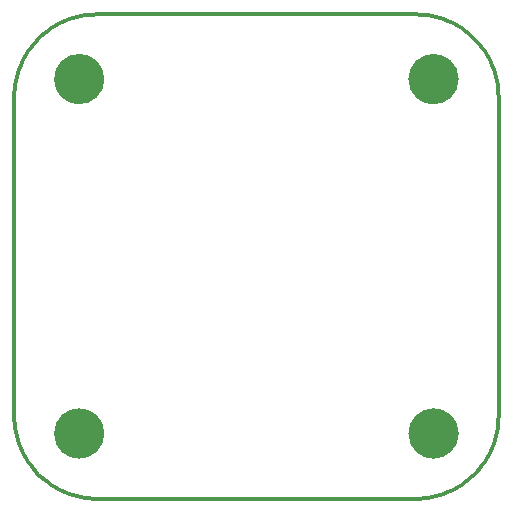
<source format=gbr>
%TF.GenerationSoftware,KiCad,Pcbnew,6.0.9+dfsg-1~bpo11+1*%
%TF.CreationDate,2022-12-30T18:56:57-06:00*%
%TF.ProjectId,hall_pcb,68616c6c-5f70-4636-922e-6b696361645f,rev?*%
%TF.SameCoordinates,Original*%
%TF.FileFunction,Profile,NP*%
%FSLAX46Y46*%
G04 Gerber Fmt 4.6, Leading zero omitted, Abs format (unit mm)*
G04 Created by KiCad (PCBNEW 6.0.9+dfsg-1~bpo11+1) date 2022-12-30 18:56:57*
%MOMM*%
%LPD*%
G01*
G04 APERTURE LIST*
%TA.AperFunction,Profile*%
%ADD10C,0.349999*%
%TD*%
%TA.AperFunction,Profile*%
%ADD11C,2.152380*%
%TD*%
G04 APERTURE END LIST*
D10*
X120831757Y-92188900D02*
X120497514Y-92113533D01*
X156127053Y-86358335D02*
X156068021Y-86696656D01*
X152797731Y-91331617D02*
X152500000Y-91500000D01*
X155379121Y-88620879D02*
X155210738Y-88918610D01*
X117767462Y-90739395D02*
X117505547Y-90513755D01*
X154153516Y-90274395D02*
X153901988Y-90513755D01*
X153640072Y-90739395D02*
X153368341Y-90951077D01*
X154392876Y-90022867D02*
X154153516Y-90274395D01*
X115339513Y-56952637D02*
X115414879Y-56618393D01*
X115203767Y-58324646D02*
X115212370Y-57977536D01*
X151563981Y-91914747D02*
X151239613Y-92022069D01*
X115238020Y-57632782D02*
X115280480Y-57290958D01*
X115874938Y-55333665D02*
X116028412Y-55028413D01*
X150910020Y-92113533D02*
X150575777Y-92188900D01*
X155793868Y-55964432D02*
X155901190Y-56288800D01*
X151882551Y-91791802D02*
X151563981Y-91914747D01*
X115613666Y-87684859D02*
X115506343Y-87360491D01*
X152194748Y-91653474D02*
X151882551Y-91791802D01*
X155532595Y-55333665D02*
X155670923Y-55645862D01*
X115280480Y-57290958D02*
X115339513Y-56952637D01*
X153087370Y-91148564D02*
X152797731Y-91331617D01*
X121511903Y-51358899D02*
X121856657Y-51333249D01*
X150237456Y-92247932D02*
X149895631Y-92290392D01*
X116789019Y-89760951D02*
X116577336Y-89489220D01*
X116028412Y-88620878D02*
X115874938Y-88315626D01*
X155670923Y-88003430D02*
X155532595Y-88315627D01*
X115212370Y-57977536D02*
X115238020Y-57632782D01*
X156203767Y-58324646D02*
X156203767Y-85324646D01*
X115736610Y-55645863D02*
X115874938Y-55333665D01*
X119524983Y-51857489D02*
X119843553Y-51734545D01*
D11*
X121776190Y-56800000D02*
G75*
G03*
X121776190Y-56800000I-1076190J0D01*
G01*
D10*
X117014659Y-53626426D02*
X117254020Y-53374899D01*
X115280480Y-86358333D02*
X115238020Y-86016509D01*
X149895631Y-92290392D02*
X149550877Y-92316043D01*
X121170078Y-92247932D02*
X120831757Y-92188900D01*
X115506343Y-56288800D02*
X115613666Y-55964432D01*
X150575777Y-51460392D02*
X150910020Y-51535758D01*
X154830198Y-89489220D02*
X154618516Y-89760951D01*
X155027685Y-89208249D02*
X154830198Y-89489220D01*
X156203767Y-85324646D02*
X156203767Y-85324646D01*
X156203767Y-58324646D02*
X156203767Y-58324646D01*
X119212786Y-91653474D02*
X118907534Y-91500000D01*
X115506343Y-87360491D02*
X115414879Y-87030898D01*
X153901988Y-53135538D02*
X154153516Y-53374899D01*
X154830198Y-54160072D02*
X155027685Y-54441043D01*
X155379121Y-55028413D02*
X155532595Y-55333665D01*
X155532595Y-88315627D02*
X155379121Y-88620879D01*
X153368341Y-90951077D02*
X153087370Y-91148564D01*
X156169513Y-57632782D02*
X156195164Y-57977536D01*
X149203767Y-92324646D02*
X149203767Y-92324646D01*
X155901190Y-56288800D02*
X155992654Y-56618393D01*
X118039193Y-90951077D02*
X117767462Y-90739395D01*
X120831757Y-51460392D02*
X121170078Y-51401359D01*
X115212370Y-85671756D02*
X115203767Y-85324646D01*
X156127053Y-57290957D02*
X156169513Y-57632782D01*
X120167921Y-92022069D02*
X119843553Y-91914747D01*
X119524983Y-91791802D02*
X119212786Y-91653474D01*
X151239613Y-92022069D02*
X150910020Y-92113533D01*
X115339513Y-86696654D02*
X115280480Y-86358333D01*
X119843553Y-51734545D02*
X120167921Y-51627222D01*
X154392876Y-53626426D02*
X154618516Y-53888341D01*
X118039193Y-52698215D02*
X118320164Y-52500728D01*
X121170078Y-51401359D02*
X121511903Y-51358899D01*
X117767462Y-52909898D02*
X118039193Y-52698215D01*
X122203767Y-92324646D02*
X122203767Y-92324646D01*
X115203767Y-85324646D02*
X115203767Y-58324646D01*
X115874938Y-88315626D02*
X115736610Y-88003428D01*
X116028412Y-55028413D02*
X116196795Y-54730682D01*
X156195164Y-85671756D02*
X156169513Y-86016510D01*
X151882551Y-51857489D02*
X152194748Y-51995817D01*
X120497514Y-92113533D02*
X120167921Y-92022069D01*
X121856657Y-51333249D02*
X122203767Y-51324646D01*
X156068021Y-56952636D02*
X156127053Y-57290957D01*
D11*
X151776190Y-56802379D02*
G75*
G03*
X151776190Y-56802379I-1076190J0D01*
G01*
D10*
X117254020Y-90274395D02*
X117014659Y-90022867D01*
X156068021Y-86696656D02*
X155992654Y-87030899D01*
X119843553Y-91914747D02*
X119524983Y-91791802D01*
X154153516Y-90274395D02*
X154153516Y-90274395D01*
X153368341Y-52698215D02*
X153640072Y-52909898D01*
X150910020Y-51535758D02*
X151239613Y-51627222D01*
X151563981Y-51734545D02*
X151882551Y-51857489D01*
X154618516Y-89760951D02*
X154392876Y-90022867D01*
X155901190Y-87360492D02*
X155793868Y-87684860D01*
X149895631Y-51358899D02*
X150237456Y-51401359D01*
X115414879Y-87030898D02*
X115339513Y-86696654D01*
X116577336Y-54160072D02*
X116789019Y-53888342D01*
X120497514Y-51535758D02*
X120831757Y-51460392D01*
X116379849Y-89208248D02*
X116196795Y-88918610D01*
D11*
X121776190Y-86802379D02*
G75*
G03*
X121776190Y-86802379I-1076190J0D01*
G01*
D10*
X121511903Y-92290392D02*
X121170078Y-92247932D01*
X118907534Y-91500000D02*
X118609802Y-91331617D01*
X155027685Y-54441043D02*
X155210738Y-54730681D01*
X117505547Y-90513755D02*
X117254020Y-90274395D01*
X115613666Y-55964432D02*
X115736610Y-55645863D01*
X149203767Y-92324646D02*
X122203767Y-92324646D01*
X156169513Y-86016510D02*
X156127053Y-86358335D01*
X153640072Y-52909898D02*
X153901988Y-53135538D01*
X118320164Y-52500728D02*
X118609802Y-52317674D01*
X149550877Y-92316043D02*
X149203767Y-92324646D01*
X150575777Y-92188900D02*
X150237456Y-92247932D01*
X118609802Y-91331617D02*
X118320164Y-91148564D01*
X115736610Y-88003428D02*
X115613666Y-87684859D01*
X155992654Y-56618393D02*
X156068021Y-56952636D01*
X122203767Y-51324646D02*
X149203767Y-51324646D01*
X117254020Y-90274395D02*
X117254020Y-90274395D01*
X117254020Y-53374899D02*
X117505547Y-53135538D01*
D11*
X151776190Y-86802379D02*
G75*
G03*
X151776190Y-86802379I-1076190J0D01*
G01*
D10*
X152500000Y-52149291D02*
X152797731Y-52317674D01*
X118320164Y-91148564D02*
X118039193Y-90951077D01*
X155210738Y-88918610D02*
X155027685Y-89208249D01*
X117254020Y-53374899D02*
X117254020Y-53374899D01*
X153087370Y-52500728D02*
X153368341Y-52698215D01*
X117014659Y-90022867D02*
X116789019Y-89760951D01*
X156195164Y-57977536D02*
X156203767Y-58324646D01*
X119212786Y-51995817D02*
X119524983Y-51857489D01*
X152194748Y-51995817D02*
X152500000Y-52149291D01*
X150237456Y-51401359D02*
X150575777Y-51460392D01*
X122203767Y-92324646D02*
X121856657Y-92316043D01*
X154153516Y-53374899D02*
X154392876Y-53626426D01*
X116196795Y-88918610D02*
X116028412Y-88620878D01*
X155793868Y-87684860D02*
X155670923Y-88003430D01*
X149203767Y-51324646D02*
X149203767Y-51324646D01*
X116379849Y-54441043D02*
X116577336Y-54160072D01*
X153901988Y-90513755D02*
X153640072Y-90739395D01*
X149550877Y-51333249D02*
X149895631Y-51358899D01*
X116577336Y-89489220D02*
X116379849Y-89208248D01*
X155670923Y-55645862D02*
X155793868Y-55964432D01*
X115414879Y-56618393D02*
X115506343Y-56288800D01*
X155992654Y-87030899D02*
X155901190Y-87360492D01*
X115203767Y-58324646D02*
X115203767Y-58324646D01*
X151239613Y-51627222D02*
X151563981Y-51734545D01*
X120167921Y-51627222D02*
X120497514Y-51535758D01*
X116196795Y-54730682D02*
X116379849Y-54441043D01*
X154618516Y-53888341D02*
X154830198Y-54160072D01*
X118907534Y-52149291D02*
X119212786Y-51995817D01*
X122203767Y-51324646D02*
X122203767Y-51324646D01*
X116789019Y-53888342D02*
X117014659Y-53626426D01*
X156203767Y-85324646D02*
X156195164Y-85671756D01*
X115238020Y-86016509D02*
X115212370Y-85671756D01*
X117505547Y-53135538D02*
X117767462Y-52909898D01*
X152797731Y-52317674D02*
X153087370Y-52500728D01*
X154153516Y-53374899D02*
X154153516Y-53374899D01*
X155210738Y-54730681D02*
X155379121Y-55028413D01*
X149203767Y-51324646D02*
X149550877Y-51333249D01*
X118609802Y-52317674D02*
X118907534Y-52149291D01*
X121856657Y-92316043D02*
X121511903Y-92290392D01*
X152500000Y-91500000D02*
X152194748Y-91653474D01*
M02*

</source>
